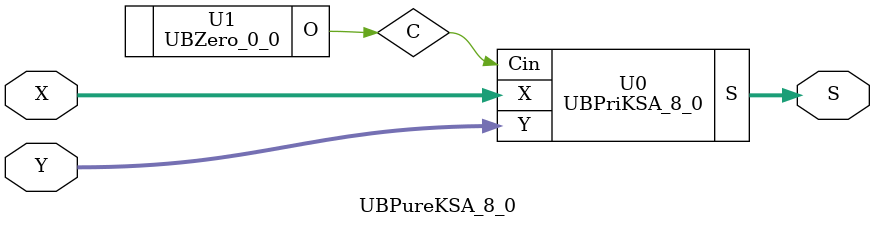
<source format=v>
/*----------------------------------------------------------------------------
  Copyright (c) 2021 Homma laboratory. All rights reserved.

  Top module: UBKSA_8_0_8_0

  Operand-1 length: 9
  Operand-2 length: 9
  Two-operand addition algorithm: Kogge-Stone adder
----------------------------------------------------------------------------*/

module GPGenerator(Go, Po, A, B);
  output Go;
  output Po;
  input A;
  input B;
  assign Go = A & B;
  assign Po = A ^ B;
endmodule

module CarryOperator(Go, Po, Gi1, Pi1, Gi2, Pi2);
  output Go;
  output Po;
  input Gi1;
  input Gi2;
  input Pi1;
  input Pi2;
  assign Go = Gi1 | ( Gi2 & Pi1 );
  assign Po = Pi1 & Pi2;
endmodule

module UBPriKSA_8_0(S, X, Y, Cin);
  output [9:0] S;
  input Cin;
  input [8:0] X;
  input [8:0] Y;
  wire [8:0] G0;
  wire [8:0] G1;
  wire [8:0] G2;
  wire [8:0] G3;
  wire [8:0] G4;
  wire [8:0] P0;
  wire [8:0] P1;
  wire [8:0] P2;
  wire [8:0] P3;
  wire [8:0] P4;
  assign P1[0] = P0[0];
  assign G1[0] = G0[0];
  assign P2[0] = P1[0];
  assign G2[0] = G1[0];
  assign P2[1] = P1[1];
  assign G2[1] = G1[1];
  assign P3[0] = P2[0];
  assign G3[0] = G2[0];
  assign P3[1] = P2[1];
  assign G3[1] = G2[1];
  assign P3[2] = P2[2];
  assign G3[2] = G2[2];
  assign P3[3] = P2[3];
  assign G3[3] = G2[3];
  assign P4[0] = P3[0];
  assign G4[0] = G3[0];
  assign P4[1] = P3[1];
  assign G4[1] = G3[1];
  assign P4[2] = P3[2];
  assign G4[2] = G3[2];
  assign P4[3] = P3[3];
  assign G4[3] = G3[3];
  assign P4[4] = P3[4];
  assign G4[4] = G3[4];
  assign P4[5] = P3[5];
  assign G4[5] = G3[5];
  assign P4[6] = P3[6];
  assign G4[6] = G3[6];
  assign P4[7] = P3[7];
  assign G4[7] = G3[7];
  assign S[0] = Cin ^ P0[0];
  assign S[1] = ( G4[0] | ( P4[0] & Cin ) ) ^ P0[1];
  assign S[2] = ( G4[1] | ( P4[1] & Cin ) ) ^ P0[2];
  assign S[3] = ( G4[2] | ( P4[2] & Cin ) ) ^ P0[3];
  assign S[4] = ( G4[3] | ( P4[3] & Cin ) ) ^ P0[4];
  assign S[5] = ( G4[4] | ( P4[4] & Cin ) ) ^ P0[5];
  assign S[6] = ( G4[5] | ( P4[5] & Cin ) ) ^ P0[6];
  assign S[7] = ( G4[6] | ( P4[6] & Cin ) ) ^ P0[7];
  assign S[8] = ( G4[7] | ( P4[7] & Cin ) ) ^ P0[8];
  assign S[9] = G4[8] | ( P4[8] & Cin );
  GPGenerator U0 (G0[0], P0[0], X[0], Y[0]);
  GPGenerator U1 (G0[1], P0[1], X[1], Y[1]);
  GPGenerator U2 (G0[2], P0[2], X[2], Y[2]);
  GPGenerator U3 (G0[3], P0[3], X[3], Y[3]);
  GPGenerator U4 (G0[4], P0[4], X[4], Y[4]);
  GPGenerator U5 (G0[5], P0[5], X[5], Y[5]);
  GPGenerator U6 (G0[6], P0[6], X[6], Y[6]);
  GPGenerator U7 (G0[7], P0[7], X[7], Y[7]);
  GPGenerator U8 (G0[8], P0[8], X[8], Y[8]);
  CarryOperator U9 (G1[1], P1[1], G0[1], P0[1], G0[0], P0[0]);
  CarryOperator U10 (G1[2], P1[2], G0[2], P0[2], G0[1], P0[1]);
  CarryOperator U11 (G1[3], P1[3], G0[3], P0[3], G0[2], P0[2]);
  CarryOperator U12 (G1[4], P1[4], G0[4], P0[4], G0[3], P0[3]);
  CarryOperator U13 (G1[5], P1[5], G0[5], P0[5], G0[4], P0[4]);
  CarryOperator U14 (G1[6], P1[6], G0[6], P0[6], G0[5], P0[5]);
  CarryOperator U15 (G1[7], P1[7], G0[7], P0[7], G0[6], P0[6]);
  CarryOperator U16 (G1[8], P1[8], G0[8], P0[8], G0[7], P0[7]);
  CarryOperator U17 (G2[2], P2[2], G1[2], P1[2], G1[0], P1[0]);
  CarryOperator U18 (G2[3], P2[3], G1[3], P1[3], G1[1], P1[1]);
  CarryOperator U19 (G2[4], P2[4], G1[4], P1[4], G1[2], P1[2]);
  CarryOperator U20 (G2[5], P2[5], G1[5], P1[5], G1[3], P1[3]);
  CarryOperator U21 (G2[6], P2[6], G1[6], P1[6], G1[4], P1[4]);
  CarryOperator U22 (G2[7], P2[7], G1[7], P1[7], G1[5], P1[5]);
  CarryOperator U23 (G2[8], P2[8], G1[8], P1[8], G1[6], P1[6]);
  CarryOperator U24 (G3[4], P3[4], G2[4], P2[4], G2[0], P2[0]);
  CarryOperator U25 (G3[5], P3[5], G2[5], P2[5], G2[1], P2[1]);
  CarryOperator U26 (G3[6], P3[6], G2[6], P2[6], G2[2], P2[2]);
  CarryOperator U27 (G3[7], P3[7], G2[7], P2[7], G2[3], P2[3]);
  CarryOperator U28 (G3[8], P3[8], G2[8], P2[8], G2[4], P2[4]);
  CarryOperator U29 (G4[8], P4[8], G3[8], P3[8], G3[0], P3[0]);
endmodule

module UBZero_0_0(O);
  output [0:0] O;
  assign O[0] = 0;
endmodule

module UBKSA_8_0_8_0 (S, X, Y);
  output [9:0] S;
  input [8:0] X;
  input [8:0] Y;
  UBPureKSA_8_0 U0 (S[9:0], X[8:0], Y[8:0]);
endmodule

module UBPureKSA_8_0 (S, X, Y);
  output [9:0] S;
  input [8:0] X;
  input [8:0] Y;
  wire C;
  UBPriKSA_8_0 U0 (S, X, Y, C);
  UBZero_0_0 U1 (C);
endmodule


</source>
